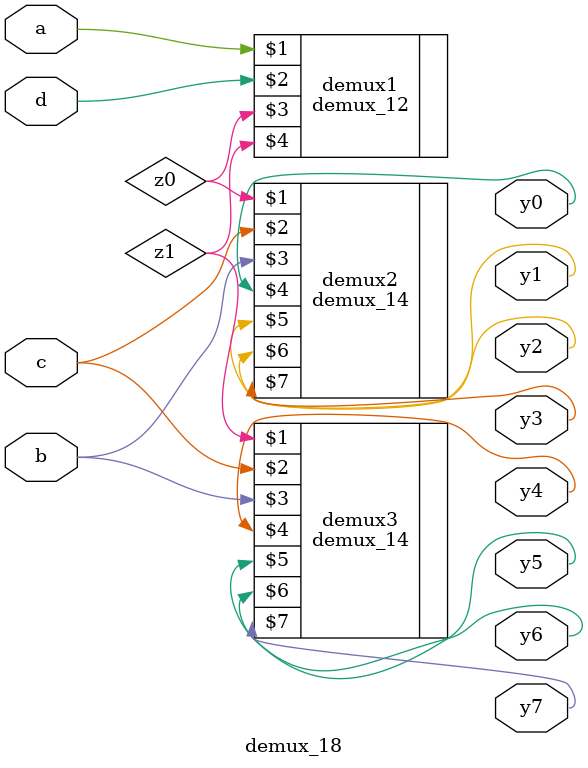
<source format=v>
`timescale 1ns / 1ps
module demux_18(d,a,b,c,y0,y1,y2,y3,y4,y5,y6,y7);
input d,a,b,c;
output y0,y1,y2,y3,y4,y5,y6,y7;
wire z0,z1;
demux_12 demux1(a,d,z0,z1);
demux_14 demux2(z0,c,b,y0,y1,y2,y3);
demux_14 demux3(z1,c,b,y4,y5,y6,y7);
endmodule

</source>
